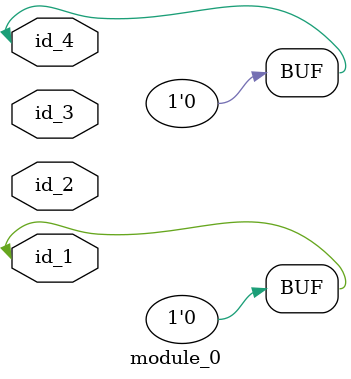
<source format=v>
module module_0 (
    id_1,
    id_2,
    id_3,
    id_4
);
  input wire id_4;
  input wire id_3;
  input wire id_2;
  inout wire id_1;
  assign id_1 = id_4;
  assign id_1 = 1'h0;
endmodule
module module_1 (
    id_1,
    id_2,
    id_3,
    id_4,
    id_5,
    id_6,
    id_7,
    id_8,
    id_9,
    id_10,
    id_11,
    id_12,
    id_13,
    id_14,
    id_15,
    id_16,
    id_17,
    id_18
);
  output wire id_18;
  input wire id_17;
  output wire id_16;
  input wire id_15;
  input wire id_14;
  input wire id_13;
  inout wire id_12;
  input wire id_11;
  inout wire id_10;
  output wire id_9;
  output wire id_8;
  input wire id_7;
  input wire id_6;
  output wire id_5;
  input wire id_4;
  output wire id_3;
  output wire id_2;
  output wire id_1;
  wire id_19, id_20;
  module_0 modCall_1 (
      id_20,
      id_10,
      id_20,
      id_4
  );
endmodule

</source>
